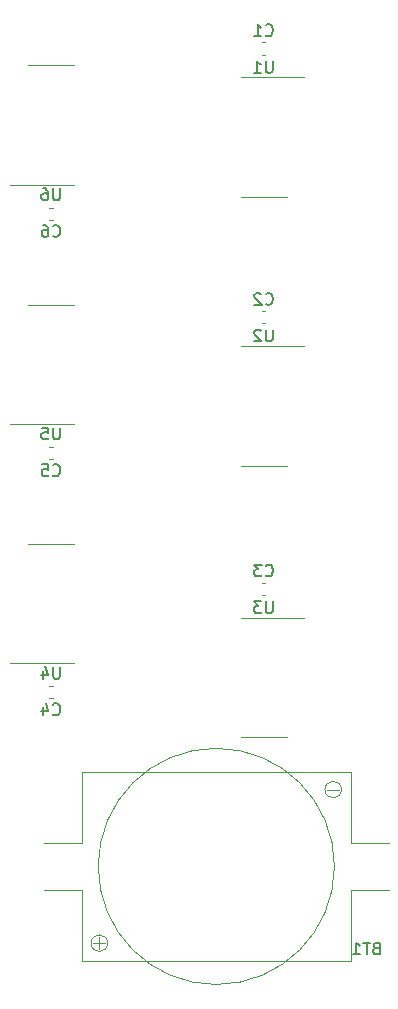
<source format=gbr>
%TF.GenerationSoftware,KiCad,Pcbnew,6.0.10-86aedd382b~118~ubuntu22.04.1*%
%TF.CreationDate,2023-02-24T18:01:10+02:00*%
%TF.ProjectId,JugCounter,4a756743-6f75-46e7-9465-722e6b696361,rev?*%
%TF.SameCoordinates,Original*%
%TF.FileFunction,Legend,Bot*%
%TF.FilePolarity,Positive*%
%FSLAX46Y46*%
G04 Gerber Fmt 4.6, Leading zero omitted, Abs format (unit mm)*
G04 Created by KiCad (PCBNEW 6.0.10-86aedd382b~118~ubuntu22.04.1) date 2023-02-24 18:01:10*
%MOMM*%
%LPD*%
G01*
G04 APERTURE LIST*
%ADD10C,0.150000*%
%ADD11C,0.120000*%
%ADD12C,0.075000*%
G04 APERTURE END LIST*
D10*
%TO.C,U3*%
X49761904Y-84552380D02*
X49761904Y-85361904D01*
X49714285Y-85457142D01*
X49666666Y-85504761D01*
X49571428Y-85552380D01*
X49380952Y-85552380D01*
X49285714Y-85504761D01*
X49238095Y-85457142D01*
X49190476Y-85361904D01*
X49190476Y-84552380D01*
X48809523Y-84552380D02*
X48190476Y-84552380D01*
X48523809Y-84933333D01*
X48380952Y-84933333D01*
X48285714Y-84980952D01*
X48238095Y-85028571D01*
X48190476Y-85123809D01*
X48190476Y-85361904D01*
X48238095Y-85457142D01*
X48285714Y-85504761D01*
X48380952Y-85552380D01*
X48666666Y-85552380D01*
X48761904Y-85504761D01*
X48809523Y-85457142D01*
%TO.C,U5*%
X31761904Y-69852380D02*
X31761904Y-70661904D01*
X31714285Y-70757142D01*
X31666666Y-70804761D01*
X31571428Y-70852380D01*
X31380952Y-70852380D01*
X31285714Y-70804761D01*
X31238095Y-70757142D01*
X31190476Y-70661904D01*
X31190476Y-69852380D01*
X30238095Y-69852380D02*
X30714285Y-69852380D01*
X30761904Y-70328571D01*
X30714285Y-70280952D01*
X30619047Y-70233333D01*
X30380952Y-70233333D01*
X30285714Y-70280952D01*
X30238095Y-70328571D01*
X30190476Y-70423809D01*
X30190476Y-70661904D01*
X30238095Y-70757142D01*
X30285714Y-70804761D01*
X30380952Y-70852380D01*
X30619047Y-70852380D01*
X30714285Y-70804761D01*
X30761904Y-70757142D01*
%TO.C,C5*%
X31166666Y-73857142D02*
X31214285Y-73904761D01*
X31357142Y-73952380D01*
X31452380Y-73952380D01*
X31595238Y-73904761D01*
X31690476Y-73809523D01*
X31738095Y-73714285D01*
X31785714Y-73523809D01*
X31785714Y-73380952D01*
X31738095Y-73190476D01*
X31690476Y-73095238D01*
X31595238Y-73000000D01*
X31452380Y-72952380D01*
X31357142Y-72952380D01*
X31214285Y-73000000D01*
X31166666Y-73047619D01*
X30261904Y-72952380D02*
X30738095Y-72952380D01*
X30785714Y-73428571D01*
X30738095Y-73380952D01*
X30642857Y-73333333D01*
X30404761Y-73333333D01*
X30309523Y-73380952D01*
X30261904Y-73428571D01*
X30214285Y-73523809D01*
X30214285Y-73761904D01*
X30261904Y-73857142D01*
X30309523Y-73904761D01*
X30404761Y-73952380D01*
X30642857Y-73952380D01*
X30738095Y-73904761D01*
X30785714Y-73857142D01*
%TO.C,U6*%
X31761904Y-49602380D02*
X31761904Y-50411904D01*
X31714285Y-50507142D01*
X31666666Y-50554761D01*
X31571428Y-50602380D01*
X31380952Y-50602380D01*
X31285714Y-50554761D01*
X31238095Y-50507142D01*
X31190476Y-50411904D01*
X31190476Y-49602380D01*
X30285714Y-49602380D02*
X30476190Y-49602380D01*
X30571428Y-49650000D01*
X30619047Y-49697619D01*
X30714285Y-49840476D01*
X30761904Y-50030952D01*
X30761904Y-50411904D01*
X30714285Y-50507142D01*
X30666666Y-50554761D01*
X30571428Y-50602380D01*
X30380952Y-50602380D01*
X30285714Y-50554761D01*
X30238095Y-50507142D01*
X30190476Y-50411904D01*
X30190476Y-50173809D01*
X30238095Y-50078571D01*
X30285714Y-50030952D01*
X30380952Y-49983333D01*
X30571428Y-49983333D01*
X30666666Y-50030952D01*
X30714285Y-50078571D01*
X30761904Y-50173809D01*
%TO.C,U1*%
X49761904Y-38802380D02*
X49761904Y-39611904D01*
X49714285Y-39707142D01*
X49666666Y-39754761D01*
X49571428Y-39802380D01*
X49380952Y-39802380D01*
X49285714Y-39754761D01*
X49238095Y-39707142D01*
X49190476Y-39611904D01*
X49190476Y-38802380D01*
X48190476Y-39802380D02*
X48761904Y-39802380D01*
X48476190Y-39802380D02*
X48476190Y-38802380D01*
X48571428Y-38945238D01*
X48666666Y-39040476D01*
X48761904Y-39088095D01*
%TO.C,BT1*%
X58535714Y-113928571D02*
X58392857Y-113976190D01*
X58345238Y-114023809D01*
X58297619Y-114119047D01*
X58297619Y-114261904D01*
X58345238Y-114357142D01*
X58392857Y-114404761D01*
X58488095Y-114452380D01*
X58869047Y-114452380D01*
X58869047Y-113452380D01*
X58535714Y-113452380D01*
X58440476Y-113500000D01*
X58392857Y-113547619D01*
X58345238Y-113642857D01*
X58345238Y-113738095D01*
X58392857Y-113833333D01*
X58440476Y-113880952D01*
X58535714Y-113928571D01*
X58869047Y-113928571D01*
X58011904Y-113452380D02*
X57440476Y-113452380D01*
X57726190Y-114452380D02*
X57726190Y-113452380D01*
X56583333Y-114452380D02*
X57154761Y-114452380D01*
X56869047Y-114452380D02*
X56869047Y-113452380D01*
X56964285Y-113595238D01*
X57059523Y-113690476D01*
X57154761Y-113738095D01*
%TO.C,C2*%
X49166666Y-59357142D02*
X49214285Y-59404761D01*
X49357142Y-59452380D01*
X49452380Y-59452380D01*
X49595238Y-59404761D01*
X49690476Y-59309523D01*
X49738095Y-59214285D01*
X49785714Y-59023809D01*
X49785714Y-58880952D01*
X49738095Y-58690476D01*
X49690476Y-58595238D01*
X49595238Y-58500000D01*
X49452380Y-58452380D01*
X49357142Y-58452380D01*
X49214285Y-58500000D01*
X49166666Y-58547619D01*
X48785714Y-58547619D02*
X48738095Y-58500000D01*
X48642857Y-58452380D01*
X48404761Y-58452380D01*
X48309523Y-58500000D01*
X48261904Y-58547619D01*
X48214285Y-58642857D01*
X48214285Y-58738095D01*
X48261904Y-58880952D01*
X48833333Y-59452380D01*
X48214285Y-59452380D01*
%TO.C,C6*%
X31166666Y-53607142D02*
X31214285Y-53654761D01*
X31357142Y-53702380D01*
X31452380Y-53702380D01*
X31595238Y-53654761D01*
X31690476Y-53559523D01*
X31738095Y-53464285D01*
X31785714Y-53273809D01*
X31785714Y-53130952D01*
X31738095Y-52940476D01*
X31690476Y-52845238D01*
X31595238Y-52750000D01*
X31452380Y-52702380D01*
X31357142Y-52702380D01*
X31214285Y-52750000D01*
X31166666Y-52797619D01*
X30309523Y-52702380D02*
X30500000Y-52702380D01*
X30595238Y-52750000D01*
X30642857Y-52797619D01*
X30738095Y-52940476D01*
X30785714Y-53130952D01*
X30785714Y-53511904D01*
X30738095Y-53607142D01*
X30690476Y-53654761D01*
X30595238Y-53702380D01*
X30404761Y-53702380D01*
X30309523Y-53654761D01*
X30261904Y-53607142D01*
X30214285Y-53511904D01*
X30214285Y-53273809D01*
X30261904Y-53178571D01*
X30309523Y-53130952D01*
X30404761Y-53083333D01*
X30595238Y-53083333D01*
X30690476Y-53130952D01*
X30738095Y-53178571D01*
X30785714Y-53273809D01*
%TO.C,U4*%
X31761904Y-90102380D02*
X31761904Y-90911904D01*
X31714285Y-91007142D01*
X31666666Y-91054761D01*
X31571428Y-91102380D01*
X31380952Y-91102380D01*
X31285714Y-91054761D01*
X31238095Y-91007142D01*
X31190476Y-90911904D01*
X31190476Y-90102380D01*
X30285714Y-90435714D02*
X30285714Y-91102380D01*
X30523809Y-90054761D02*
X30761904Y-90769047D01*
X30142857Y-90769047D01*
%TO.C,U2*%
X49761904Y-61552380D02*
X49761904Y-62361904D01*
X49714285Y-62457142D01*
X49666666Y-62504761D01*
X49571428Y-62552380D01*
X49380952Y-62552380D01*
X49285714Y-62504761D01*
X49238095Y-62457142D01*
X49190476Y-62361904D01*
X49190476Y-61552380D01*
X48761904Y-61647619D02*
X48714285Y-61600000D01*
X48619047Y-61552380D01*
X48380952Y-61552380D01*
X48285714Y-61600000D01*
X48238095Y-61647619D01*
X48190476Y-61742857D01*
X48190476Y-61838095D01*
X48238095Y-61980952D01*
X48809523Y-62552380D01*
X48190476Y-62552380D01*
%TO.C,C3*%
X49166666Y-82357142D02*
X49214285Y-82404761D01*
X49357142Y-82452380D01*
X49452380Y-82452380D01*
X49595238Y-82404761D01*
X49690476Y-82309523D01*
X49738095Y-82214285D01*
X49785714Y-82023809D01*
X49785714Y-81880952D01*
X49738095Y-81690476D01*
X49690476Y-81595238D01*
X49595238Y-81500000D01*
X49452380Y-81452380D01*
X49357142Y-81452380D01*
X49214285Y-81500000D01*
X49166666Y-81547619D01*
X48833333Y-81452380D02*
X48214285Y-81452380D01*
X48547619Y-81833333D01*
X48404761Y-81833333D01*
X48309523Y-81880952D01*
X48261904Y-81928571D01*
X48214285Y-82023809D01*
X48214285Y-82261904D01*
X48261904Y-82357142D01*
X48309523Y-82404761D01*
X48404761Y-82452380D01*
X48690476Y-82452380D01*
X48785714Y-82404761D01*
X48833333Y-82357142D01*
%TO.C,C4*%
X31166666Y-94107142D02*
X31214285Y-94154761D01*
X31357142Y-94202380D01*
X31452380Y-94202380D01*
X31595238Y-94154761D01*
X31690476Y-94059523D01*
X31738095Y-93964285D01*
X31785714Y-93773809D01*
X31785714Y-93630952D01*
X31738095Y-93440476D01*
X31690476Y-93345238D01*
X31595238Y-93250000D01*
X31452380Y-93202380D01*
X31357142Y-93202380D01*
X31214285Y-93250000D01*
X31166666Y-93297619D01*
X30309523Y-93535714D02*
X30309523Y-94202380D01*
X30547619Y-93154761D02*
X30785714Y-93869047D01*
X30166666Y-93869047D01*
%TO.C,C1*%
X49166666Y-36607142D02*
X49214285Y-36654761D01*
X49357142Y-36702380D01*
X49452380Y-36702380D01*
X49595238Y-36654761D01*
X49690476Y-36559523D01*
X49738095Y-36464285D01*
X49785714Y-36273809D01*
X49785714Y-36130952D01*
X49738095Y-35940476D01*
X49690476Y-35845238D01*
X49595238Y-35750000D01*
X49452380Y-35702380D01*
X49357142Y-35702380D01*
X49214285Y-35750000D01*
X49166666Y-35797619D01*
X48214285Y-36702380D02*
X48785714Y-36702380D01*
X48500000Y-36702380D02*
X48500000Y-35702380D01*
X48595238Y-35845238D01*
X48690476Y-35940476D01*
X48785714Y-35988095D01*
D11*
%TO.C,U3*%
X49000000Y-85940000D02*
X47050000Y-85940000D01*
X49000000Y-96060000D02*
X47050000Y-96060000D01*
X49000000Y-85940000D02*
X52450000Y-85940000D01*
X49000000Y-96060000D02*
X50950000Y-96060000D01*
%TO.C,U5*%
X31000000Y-69560000D02*
X27550000Y-69560000D01*
X31000000Y-69560000D02*
X32950000Y-69560000D01*
X31000000Y-59440000D02*
X32950000Y-59440000D01*
X31000000Y-59440000D02*
X29050000Y-59440000D01*
%TO.C,C5*%
X31146267Y-71490000D02*
X30853733Y-71490000D01*
X31146267Y-72510000D02*
X30853733Y-72510000D01*
%TO.C,U6*%
X31000000Y-39190000D02*
X32950000Y-39190000D01*
X31000000Y-49310000D02*
X32950000Y-49310000D01*
X31000000Y-39190000D02*
X29050000Y-39190000D01*
X31000000Y-49310000D02*
X27550000Y-49310000D01*
%TO.C,U1*%
X49000000Y-50310000D02*
X47050000Y-50310000D01*
X49000000Y-40190000D02*
X47050000Y-40190000D01*
X49000000Y-40190000D02*
X52450000Y-40190000D01*
X49000000Y-50310000D02*
X50950000Y-50310000D01*
D12*
%TO.C,BT1*%
X33600000Y-99000000D02*
X33600000Y-105000000D01*
X33600000Y-115000000D02*
X56400000Y-115000000D01*
X34600000Y-113500000D02*
X35600000Y-113500000D01*
X59600000Y-105000000D02*
X56400000Y-105000000D01*
X56400000Y-99000000D02*
X33600000Y-99000000D01*
X33600000Y-109000000D02*
X33600000Y-115000000D01*
X56400000Y-105000000D02*
X56400000Y-99000000D01*
X56400000Y-115000000D02*
X56400000Y-109000000D01*
X56400000Y-109000000D02*
X59600000Y-109000000D01*
X33600000Y-105000000D02*
X30400000Y-105000000D01*
X35100000Y-114000000D02*
X35100000Y-113000000D01*
X30400000Y-109000000D02*
X33600000Y-109000000D01*
X55400000Y-100500000D02*
X54400000Y-100500000D01*
X35800000Y-113500000D02*
G75*
G03*
X35800000Y-113500000I-700000J0D01*
G01*
X55000000Y-107000000D02*
G75*
G03*
X55000000Y-107000000I-10000000J0D01*
G01*
X55600000Y-100500000D02*
G75*
G03*
X55600000Y-100500000I-700000J0D01*
G01*
D11*
%TO.C,C2*%
X48853733Y-61010000D02*
X49146267Y-61010000D01*
X48853733Y-59990000D02*
X49146267Y-59990000D01*
%TO.C,C6*%
X31146267Y-51240000D02*
X30853733Y-51240000D01*
X31146267Y-52260000D02*
X30853733Y-52260000D01*
%TO.C,U4*%
X31000000Y-79690000D02*
X29050000Y-79690000D01*
X31000000Y-89810000D02*
X27550000Y-89810000D01*
X31000000Y-89810000D02*
X32950000Y-89810000D01*
X31000000Y-79690000D02*
X32950000Y-79690000D01*
%TO.C,U2*%
X49000000Y-73060000D02*
X50950000Y-73060000D01*
X49000000Y-62940000D02*
X47050000Y-62940000D01*
X49000000Y-73060000D02*
X47050000Y-73060000D01*
X49000000Y-62940000D02*
X52450000Y-62940000D01*
%TO.C,C3*%
X48853733Y-84010000D02*
X49146267Y-84010000D01*
X48853733Y-82990000D02*
X49146267Y-82990000D01*
%TO.C,C4*%
X31146267Y-91740000D02*
X30853733Y-91740000D01*
X31146267Y-92760000D02*
X30853733Y-92760000D01*
%TO.C,C1*%
X48853733Y-37240000D02*
X49146267Y-37240000D01*
X48853733Y-38260000D02*
X49146267Y-38260000D01*
%TD*%
M02*

</source>
